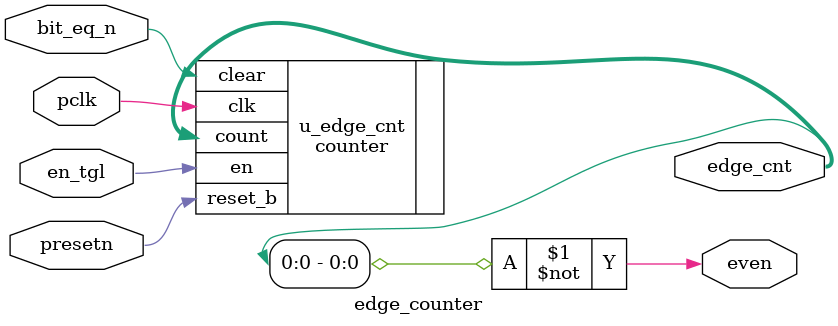
<source format=sv>
module edge_counter (
  input logic pclk,
  input logic presetn,
  input logic bit_eq_n,
  input logic en_tgl,
  
  output logic [4:0] edge_cnt,
  output logic       even

);
  
  counter #(
    .RESET_VALUE   ( 1'b0  ),
    .COUNTER_WIDTH ( 5    )
  ) u_edge_cnt (
    .clk     ( pclk        ),
    .reset_b ( presetn     ),
    .clear   ( bit_eq_n    ),
    .en      ( en_tgl      ), 
    .count   ( edge_cnt    )
  );
  
  assign even =  ~(edge_cnt[0]);

endmodule
</source>
